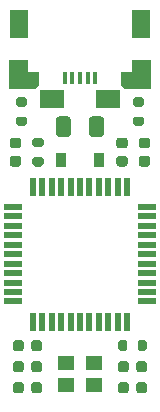
<source format=gbr>
%TF.GenerationSoftware,KiCad,Pcbnew,(5.1.9)-1*%
%TF.CreationDate,2021-03-22T03:11:48+09:00*%
%TF.ProjectId,yuiopPM,7975696f-7050-44d2-9e6b-696361645f70,1*%
%TF.SameCoordinates,Original*%
%TF.FileFunction,Paste,Top*%
%TF.FilePolarity,Positive*%
%FSLAX46Y46*%
G04 Gerber Fmt 4.6, Leading zero omitted, Abs format (unit mm)*
G04 Created by KiCad (PCBNEW (5.1.9)-1) date 2021-03-22 03:11:48*
%MOMM*%
%LPD*%
G01*
G04 APERTURE LIST*
%ADD10C,0.100000*%
%ADD11R,1.600000X2.400000*%
%ADD12R,2.000000X1.500000*%
%ADD13R,0.400000X1.050000*%
%ADD14R,1.400000X1.200000*%
%ADD15R,1.500000X0.550000*%
%ADD16R,0.550000X1.500000*%
%ADD17R,0.900000X1.200000*%
G04 APERTURE END LIST*
D10*
%TO.C,J1*%
G36*
X141319025Y-99510304D02*
G01*
X141318087Y-99510019D01*
X141317222Y-99509557D01*
X141316464Y-99508936D01*
X141315843Y-99508178D01*
X141315381Y-99507313D01*
X141315096Y-99506375D01*
X141315000Y-99505400D01*
X141315000Y-97105400D01*
X141315096Y-97104425D01*
X141315381Y-97103487D01*
X141315843Y-97102622D01*
X141316464Y-97101864D01*
X141317222Y-97101243D01*
X141318087Y-97100781D01*
X141319025Y-97100496D01*
X141320000Y-97100400D01*
X142920000Y-97100400D01*
X142920975Y-97100496D01*
X142921913Y-97100781D01*
X142922778Y-97101243D01*
X142923536Y-97101864D01*
X142924157Y-97102622D01*
X142924619Y-97103487D01*
X142924904Y-97104425D01*
X142925000Y-97105400D01*
X142925000Y-98100400D01*
X143870000Y-98100400D01*
X143870975Y-98100496D01*
X143871913Y-98100781D01*
X143872778Y-98101243D01*
X143873536Y-98101864D01*
X143874157Y-98102622D01*
X143874619Y-98103487D01*
X143874904Y-98104425D01*
X143875000Y-98105400D01*
X143875000Y-99205400D01*
X143874904Y-99206375D01*
X143874619Y-99207313D01*
X143874157Y-99208178D01*
X143873536Y-99208936D01*
X143573536Y-99508936D01*
X143572778Y-99509557D01*
X143571913Y-99510019D01*
X143570975Y-99510304D01*
X143570000Y-99510400D01*
X141320000Y-99510400D01*
X141319025Y-99510304D01*
G37*
G36*
X151069025Y-99510304D02*
G01*
X151068087Y-99510019D01*
X151067222Y-99509557D01*
X151066464Y-99508936D01*
X150766464Y-99208936D01*
X150765843Y-99208178D01*
X150765381Y-99207313D01*
X150765096Y-99206375D01*
X150765000Y-99205400D01*
X150765000Y-98105400D01*
X150765096Y-98104425D01*
X150765381Y-98103487D01*
X150765843Y-98102622D01*
X150766464Y-98101864D01*
X150767222Y-98101243D01*
X150768087Y-98100781D01*
X150769025Y-98100496D01*
X150770000Y-98100400D01*
X151715000Y-98100400D01*
X151715000Y-97105400D01*
X151715096Y-97104425D01*
X151715381Y-97103487D01*
X151715843Y-97102622D01*
X151716464Y-97101864D01*
X151717222Y-97101243D01*
X151718087Y-97100781D01*
X151719025Y-97100496D01*
X151720000Y-97100400D01*
X153320000Y-97100400D01*
X153320975Y-97100496D01*
X153321913Y-97100781D01*
X153322778Y-97101243D01*
X153323536Y-97101864D01*
X153324157Y-97102622D01*
X153324619Y-97103487D01*
X153324904Y-97104425D01*
X153325000Y-97105400D01*
X153325000Y-99505400D01*
X153324904Y-99506375D01*
X153324619Y-99507313D01*
X153324157Y-99508178D01*
X153323536Y-99508936D01*
X153322778Y-99509557D01*
X153321913Y-99510019D01*
X153320975Y-99510304D01*
X153320000Y-99510400D01*
X151070000Y-99510400D01*
X151069025Y-99510304D01*
G37*
D11*
X142120000Y-94005400D03*
X152520000Y-94005400D03*
D12*
X144970000Y-100405400D03*
X149670000Y-100405400D03*
D13*
X148620000Y-98630400D03*
X147970000Y-98630400D03*
X147320000Y-98630400D03*
X146670000Y-98630400D03*
X146020000Y-98630400D03*
%TD*%
D14*
%TO.C,X1*%
X148520000Y-124648000D03*
X146120000Y-124648000D03*
X146120000Y-122748000D03*
X148520000Y-122748000D03*
%TD*%
D15*
%TO.C,U1*%
X153020000Y-109538000D03*
X153020000Y-110338000D03*
X153020000Y-111138000D03*
X153020000Y-111938000D03*
X153020000Y-112738000D03*
X153020000Y-113538000D03*
X153020000Y-114338000D03*
X153020000Y-115138000D03*
X153020000Y-115938000D03*
X153020000Y-116738000D03*
X153020000Y-117538000D03*
D16*
X151320000Y-119238000D03*
X150520000Y-119238000D03*
X149720000Y-119238000D03*
X148920000Y-119238000D03*
X148120000Y-119238000D03*
X147320000Y-119238000D03*
X146520000Y-119238000D03*
X145720000Y-119238000D03*
X144920000Y-119238000D03*
X144120000Y-119238000D03*
X143320000Y-119238000D03*
D15*
X141620000Y-117538000D03*
X141620000Y-116738000D03*
X141620000Y-115938000D03*
X141620000Y-115138000D03*
X141620000Y-114338000D03*
X141620000Y-113538000D03*
X141620000Y-112738000D03*
X141620000Y-111938000D03*
X141620000Y-111138000D03*
X141620000Y-110338000D03*
X141620000Y-109538000D03*
D16*
X143320000Y-107838000D03*
X144120000Y-107838000D03*
X144920000Y-107838000D03*
X145720000Y-107838000D03*
X146520000Y-107838000D03*
X147320000Y-107838000D03*
X148120000Y-107838000D03*
X148920000Y-107838000D03*
X149720000Y-107838000D03*
X150520000Y-107838000D03*
X151320000Y-107838000D03*
%TD*%
%TO.C,R4*%
G36*
G01*
X152548000Y-101048000D02*
X151998000Y-101048000D01*
G75*
G02*
X151798000Y-100848000I0J200000D01*
G01*
X151798000Y-100448000D01*
G75*
G02*
X151998000Y-100248000I200000J0D01*
G01*
X152548000Y-100248000D01*
G75*
G02*
X152748000Y-100448000I0J-200000D01*
G01*
X152748000Y-100848000D01*
G75*
G02*
X152548000Y-101048000I-200000J0D01*
G01*
G37*
G36*
G01*
X152548000Y-102698000D02*
X151998000Y-102698000D01*
G75*
G02*
X151798000Y-102498000I0J200000D01*
G01*
X151798000Y-102098000D01*
G75*
G02*
X151998000Y-101898000I200000J0D01*
G01*
X152548000Y-101898000D01*
G75*
G02*
X152748000Y-102098000I0J-200000D01*
G01*
X152748000Y-102498000D01*
G75*
G02*
X152548000Y-102698000I-200000J0D01*
G01*
G37*
%TD*%
%TO.C,R3*%
G36*
G01*
X142642000Y-101048000D02*
X142092000Y-101048000D01*
G75*
G02*
X141892000Y-100848000I0J200000D01*
G01*
X141892000Y-100448000D01*
G75*
G02*
X142092000Y-100248000I200000J0D01*
G01*
X142642000Y-100248000D01*
G75*
G02*
X142842000Y-100448000I0J-200000D01*
G01*
X142842000Y-100848000D01*
G75*
G02*
X142642000Y-101048000I-200000J0D01*
G01*
G37*
G36*
G01*
X142642000Y-102698000D02*
X142092000Y-102698000D01*
G75*
G02*
X141892000Y-102498000I0J200000D01*
G01*
X141892000Y-102098000D01*
G75*
G02*
X142092000Y-101898000I200000J0D01*
G01*
X142642000Y-101898000D01*
G75*
G02*
X142842000Y-102098000I0J-200000D01*
G01*
X142842000Y-102498000D01*
G75*
G02*
X142642000Y-102698000I-200000J0D01*
G01*
G37*
%TD*%
%TO.C,R2*%
G36*
G01*
X152190000Y-121560000D02*
X152190000Y-121010000D01*
G75*
G02*
X152390000Y-120810000I200000J0D01*
G01*
X152790000Y-120810000D01*
G75*
G02*
X152990000Y-121010000I0J-200000D01*
G01*
X152990000Y-121560000D01*
G75*
G02*
X152790000Y-121760000I-200000J0D01*
G01*
X152390000Y-121760000D01*
G75*
G02*
X152190000Y-121560000I0J200000D01*
G01*
G37*
G36*
G01*
X150540000Y-121560000D02*
X150540000Y-121010000D01*
G75*
G02*
X150740000Y-120810000I200000J0D01*
G01*
X151140000Y-120810000D01*
G75*
G02*
X151340000Y-121010000I0J-200000D01*
G01*
X151340000Y-121560000D01*
G75*
G02*
X151140000Y-121760000I-200000J0D01*
G01*
X150740000Y-121760000D01*
G75*
G02*
X150540000Y-121560000I0J200000D01*
G01*
G37*
%TD*%
%TO.C,R1*%
G36*
G01*
X143489000Y-105327000D02*
X144039000Y-105327000D01*
G75*
G02*
X144239000Y-105527000I0J-200000D01*
G01*
X144239000Y-105927000D01*
G75*
G02*
X144039000Y-106127000I-200000J0D01*
G01*
X143489000Y-106127000D01*
G75*
G02*
X143289000Y-105927000I0J200000D01*
G01*
X143289000Y-105527000D01*
G75*
G02*
X143489000Y-105327000I200000J0D01*
G01*
G37*
G36*
G01*
X143489000Y-103677000D02*
X144039000Y-103677000D01*
G75*
G02*
X144239000Y-103877000I0J-200000D01*
G01*
X144239000Y-104277000D01*
G75*
G02*
X144039000Y-104477000I-200000J0D01*
G01*
X143489000Y-104477000D01*
G75*
G02*
X143289000Y-104277000I0J200000D01*
G01*
X143289000Y-103877000D01*
G75*
G02*
X143489000Y-103677000I200000J0D01*
G01*
G37*
%TD*%
%TO.C,F1*%
G36*
G01*
X148095000Y-103368000D02*
X148095000Y-102118000D01*
G75*
G02*
X148345000Y-101868000I250000J0D01*
G01*
X149095000Y-101868000D01*
G75*
G02*
X149345000Y-102118000I0J-250000D01*
G01*
X149345000Y-103368000D01*
G75*
G02*
X149095000Y-103618000I-250000J0D01*
G01*
X148345000Y-103618000D01*
G75*
G02*
X148095000Y-103368000I0J250000D01*
G01*
G37*
G36*
G01*
X145295000Y-103368000D02*
X145295000Y-102118000D01*
G75*
G02*
X145545000Y-101868000I250000J0D01*
G01*
X146295000Y-101868000D01*
G75*
G02*
X146545000Y-102118000I0J-250000D01*
G01*
X146545000Y-103368000D01*
G75*
G02*
X146295000Y-103618000I-250000J0D01*
G01*
X145545000Y-103618000D01*
G75*
G02*
X145295000Y-103368000I0J250000D01*
G01*
G37*
%TD*%
%TO.C,C8*%
G36*
G01*
X150626000Y-105227000D02*
X151126000Y-105227000D01*
G75*
G02*
X151351000Y-105452000I0J-225000D01*
G01*
X151351000Y-105902000D01*
G75*
G02*
X151126000Y-106127000I-225000J0D01*
G01*
X150626000Y-106127000D01*
G75*
G02*
X150401000Y-105902000I0J225000D01*
G01*
X150401000Y-105452000D01*
G75*
G02*
X150626000Y-105227000I225000J0D01*
G01*
G37*
G36*
G01*
X150626000Y-103677000D02*
X151126000Y-103677000D01*
G75*
G02*
X151351000Y-103902000I0J-225000D01*
G01*
X151351000Y-104352000D01*
G75*
G02*
X151126000Y-104577000I-225000J0D01*
G01*
X150626000Y-104577000D01*
G75*
G02*
X150401000Y-104352000I0J225000D01*
G01*
X150401000Y-103902000D01*
G75*
G02*
X150626000Y-103677000I225000J0D01*
G01*
G37*
%TD*%
%TO.C,C7*%
G36*
G01*
X153031000Y-104577000D02*
X152531000Y-104577000D01*
G75*
G02*
X152306000Y-104352000I0J225000D01*
G01*
X152306000Y-103902000D01*
G75*
G02*
X152531000Y-103677000I225000J0D01*
G01*
X153031000Y-103677000D01*
G75*
G02*
X153256000Y-103902000I0J-225000D01*
G01*
X153256000Y-104352000D01*
G75*
G02*
X153031000Y-104577000I-225000J0D01*
G01*
G37*
G36*
G01*
X153031000Y-106127000D02*
X152531000Y-106127000D01*
G75*
G02*
X152306000Y-105902000I0J225000D01*
G01*
X152306000Y-105452000D01*
G75*
G02*
X152531000Y-105227000I225000J0D01*
G01*
X153031000Y-105227000D01*
G75*
G02*
X153256000Y-105452000I0J-225000D01*
G01*
X153256000Y-105902000D01*
G75*
G02*
X153031000Y-106127000I-225000J0D01*
G01*
G37*
%TD*%
%TO.C,C6*%
G36*
G01*
X142109000Y-104577000D02*
X141609000Y-104577000D01*
G75*
G02*
X141384000Y-104352000I0J225000D01*
G01*
X141384000Y-103902000D01*
G75*
G02*
X141609000Y-103677000I225000J0D01*
G01*
X142109000Y-103677000D01*
G75*
G02*
X142334000Y-103902000I0J-225000D01*
G01*
X142334000Y-104352000D01*
G75*
G02*
X142109000Y-104577000I-225000J0D01*
G01*
G37*
G36*
G01*
X142109000Y-106127000D02*
X141609000Y-106127000D01*
G75*
G02*
X141384000Y-105902000I0J225000D01*
G01*
X141384000Y-105452000D01*
G75*
G02*
X141609000Y-105227000I225000J0D01*
G01*
X142109000Y-105227000D01*
G75*
G02*
X142334000Y-105452000I0J-225000D01*
G01*
X142334000Y-105902000D01*
G75*
G02*
X142109000Y-106127000I-225000J0D01*
G01*
G37*
%TD*%
%TO.C,C5*%
G36*
G01*
X151440000Y-122813000D02*
X151440000Y-123313000D01*
G75*
G02*
X151215000Y-123538000I-225000J0D01*
G01*
X150765000Y-123538000D01*
G75*
G02*
X150540000Y-123313000I0J225000D01*
G01*
X150540000Y-122813000D01*
G75*
G02*
X150765000Y-122588000I225000J0D01*
G01*
X151215000Y-122588000D01*
G75*
G02*
X151440000Y-122813000I0J-225000D01*
G01*
G37*
G36*
G01*
X152990000Y-122813000D02*
X152990000Y-123313000D01*
G75*
G02*
X152765000Y-123538000I-225000J0D01*
G01*
X152315000Y-123538000D01*
G75*
G02*
X152090000Y-123313000I0J225000D01*
G01*
X152090000Y-122813000D01*
G75*
G02*
X152315000Y-122588000I225000J0D01*
G01*
X152765000Y-122588000D01*
G75*
G02*
X152990000Y-122813000I0J-225000D01*
G01*
G37*
%TD*%
%TO.C,C4*%
G36*
G01*
X142550000Y-122813000D02*
X142550000Y-123313000D01*
G75*
G02*
X142325000Y-123538000I-225000J0D01*
G01*
X141875000Y-123538000D01*
G75*
G02*
X141650000Y-123313000I0J225000D01*
G01*
X141650000Y-122813000D01*
G75*
G02*
X141875000Y-122588000I225000J0D01*
G01*
X142325000Y-122588000D01*
G75*
G02*
X142550000Y-122813000I0J-225000D01*
G01*
G37*
G36*
G01*
X144100000Y-122813000D02*
X144100000Y-123313000D01*
G75*
G02*
X143875000Y-123538000I-225000J0D01*
G01*
X143425000Y-123538000D01*
G75*
G02*
X143200000Y-123313000I0J225000D01*
G01*
X143200000Y-122813000D01*
G75*
G02*
X143425000Y-122588000I225000J0D01*
G01*
X143875000Y-122588000D01*
G75*
G02*
X144100000Y-122813000I0J-225000D01*
G01*
G37*
%TD*%
%TO.C,C3*%
G36*
G01*
X142550000Y-121035000D02*
X142550000Y-121535000D01*
G75*
G02*
X142325000Y-121760000I-225000J0D01*
G01*
X141875000Y-121760000D01*
G75*
G02*
X141650000Y-121535000I0J225000D01*
G01*
X141650000Y-121035000D01*
G75*
G02*
X141875000Y-120810000I225000J0D01*
G01*
X142325000Y-120810000D01*
G75*
G02*
X142550000Y-121035000I0J-225000D01*
G01*
G37*
G36*
G01*
X144100000Y-121035000D02*
X144100000Y-121535000D01*
G75*
G02*
X143875000Y-121760000I-225000J0D01*
G01*
X143425000Y-121760000D01*
G75*
G02*
X143200000Y-121535000I0J225000D01*
G01*
X143200000Y-121035000D01*
G75*
G02*
X143425000Y-120810000I225000J0D01*
G01*
X143875000Y-120810000D01*
G75*
G02*
X144100000Y-121035000I0J-225000D01*
G01*
G37*
%TD*%
%TO.C,C2*%
G36*
G01*
X142550000Y-124591000D02*
X142550000Y-125091000D01*
G75*
G02*
X142325000Y-125316000I-225000J0D01*
G01*
X141875000Y-125316000D01*
G75*
G02*
X141650000Y-125091000I0J225000D01*
G01*
X141650000Y-124591000D01*
G75*
G02*
X141875000Y-124366000I225000J0D01*
G01*
X142325000Y-124366000D01*
G75*
G02*
X142550000Y-124591000I0J-225000D01*
G01*
G37*
G36*
G01*
X144100000Y-124591000D02*
X144100000Y-125091000D01*
G75*
G02*
X143875000Y-125316000I-225000J0D01*
G01*
X143425000Y-125316000D01*
G75*
G02*
X143200000Y-125091000I0J225000D01*
G01*
X143200000Y-124591000D01*
G75*
G02*
X143425000Y-124366000I225000J0D01*
G01*
X143875000Y-124366000D01*
G75*
G02*
X144100000Y-124591000I0J-225000D01*
G01*
G37*
%TD*%
%TO.C,C1*%
G36*
G01*
X152090000Y-125091000D02*
X152090000Y-124591000D01*
G75*
G02*
X152315000Y-124366000I225000J0D01*
G01*
X152765000Y-124366000D01*
G75*
G02*
X152990000Y-124591000I0J-225000D01*
G01*
X152990000Y-125091000D01*
G75*
G02*
X152765000Y-125316000I-225000J0D01*
G01*
X152315000Y-125316000D01*
G75*
G02*
X152090000Y-125091000I0J225000D01*
G01*
G37*
G36*
G01*
X150540000Y-125091000D02*
X150540000Y-124591000D01*
G75*
G02*
X150765000Y-124366000I225000J0D01*
G01*
X151215000Y-124366000D01*
G75*
G02*
X151440000Y-124591000I0J-225000D01*
G01*
X151440000Y-125091000D01*
G75*
G02*
X151215000Y-125316000I-225000J0D01*
G01*
X150765000Y-125316000D01*
G75*
G02*
X150540000Y-125091000I0J225000D01*
G01*
G37*
%TD*%
D17*
%TO.C,D1*%
X148970000Y-105537000D03*
X145670000Y-105537000D03*
%TD*%
M02*

</source>
